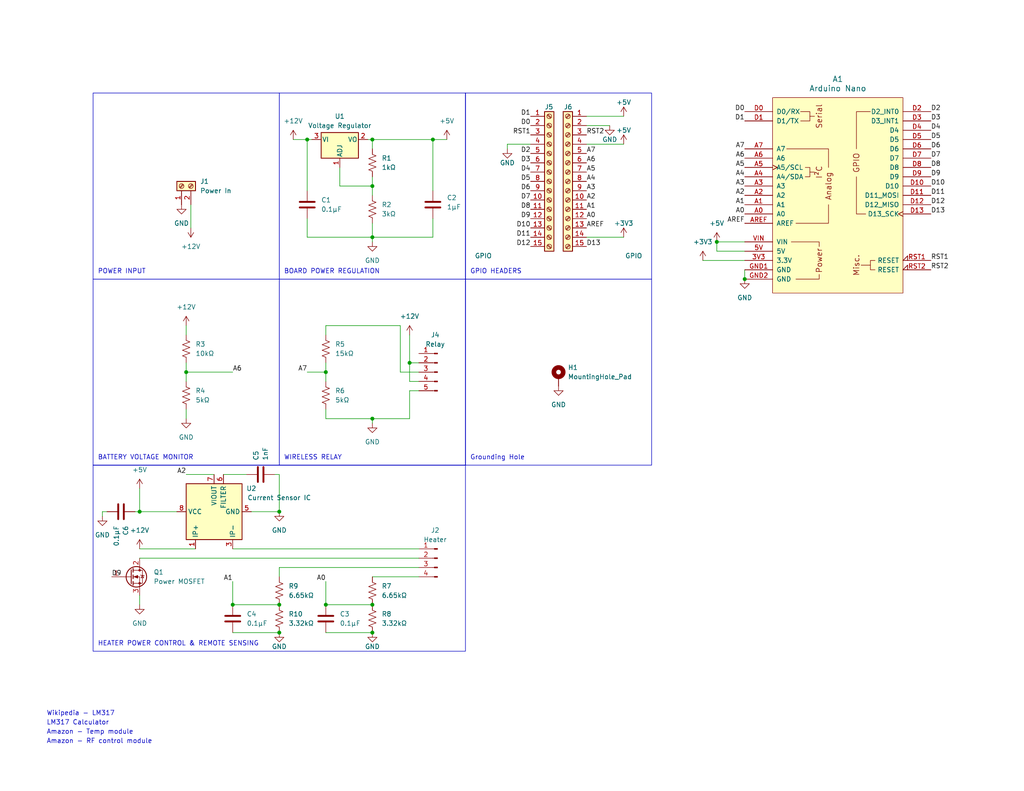
<source format=kicad_sch>
(kicad_sch (version 20231120) (generator "eeschema") (generator_version "8.0")
  (paper "USLetter")
  (title_block (title "Windshield Heater Controller Schematic") (rev "3") (company "ME692"))
  (lib_symbols
    (symbol "Connector:Conn_01x04_Pin" (pin_names (offset 1.016) hide)
      (property "Reference" "J" (at 0 5.08 0))
      (property "Value" "Conn_01x04_Pin" (at 0 -7.62 0))
      (symbol "Conn_01x04_Pin_1_1"
        (polyline (pts (xy 1.27 -5.08) (xy 0.8636 -5.08)) (stroke (width 0.1524)))
        (polyline (pts (xy 1.27 -2.54) (xy 0.8636 -2.54)) (stroke (width 0.1524)))
        (polyline (pts (xy 1.27 0) (xy 0.8636 0)) (stroke (width 0.1524)))
        (polyline (pts (xy 1.27 2.54) (xy 0.8636 2.54)) (stroke (width 0.1524)))
        (rectangle (start 0.8636 -4.953) (end 0 -5.207) (stroke (width 0.1524)) (fill (type outline)))
        (rectangle (start 0.8636 -2.413) (end 0 -2.667) (stroke (width 0.1524)) (fill (type outline)))
        (rectangle (start 0.8636 0.127) (end 0 -0.127) (stroke (width 0.1524)) (fill (type outline)))
        (rectangle (start 0.8636 2.667) (end 0 2.413) (stroke (width 0.1524)) (fill (type outline)))
        (pin passive line (at 5.08 2.54 180) (length 3.81) (name "Pin_1") (number "1"))
        (pin passive line (at 5.08 0 180) (length 3.81) (name "Pin_2") (number "2"))
        (pin passive line (at 5.08 -2.54 180) (length 3.81) (name "Pin_3") (number "3"))
        (pin passive line (at 5.08 -5.08 180) (length 3.81) (name "Pin_4") (number "4"))
      )
    )
    (symbol "Connector:Conn_01x05_Pin" (pin_names (offset 1.016) hide)
      (property "Reference" "J" (at 0 7.62 0))
      (property "Value" "Conn_01x05_Pin" (at 0 -7.62 0))
      (symbol "Conn_01x05_Pin_1_1"
        (polyline (pts (xy 1.27 -5.08) (xy 0.8636 -5.08)) (stroke (width 0.1524)))
        (polyline (pts (xy 1.27 -2.54) (xy 0.8636 -2.54)) (stroke (width 0.1524)))
        (polyline (pts (xy 1.27 0) (xy 0.8636 0)) (stroke (width 0.1524)))
        (polyline (pts (xy 1.27 2.54) (xy 0.8636 2.54)) (stroke (width 0.1524)))
        (polyline (pts (xy 1.27 5.08) (xy 0.8636 5.08)) (stroke (width 0.1524)))
        (rectangle (start 0.8636 -4.953) (end 0 -5.207) (stroke (width 0.1524)) (fill (type outline)))
        (rectangle (start 0.8636 -2.413) (end 0 -2.667) (stroke (width 0.1524)) (fill (type outline)))
        (rectangle (start 0.8636 0.127) (end 0 -0.127) (stroke (width 0.1524)) (fill (type outline)))
        (rectangle (start 0.8636 2.667) (end 0 2.413) (stroke (width 0.1524)) (fill (type outline)))
        (rectangle (start 0.8636 5.207) (end 0 4.953) (stroke (width 0.1524)) (fill (type outline)))
        (pin passive line (at 5.08 5.08 180) (length 3.81) (name "Pin_1") (number "1"))
        (pin passive line (at 5.08 2.54 180) (length 3.81) (name "Pin_2") (number "2"))
        (pin passive line (at 5.08 0 180) (length 3.81) (name "Pin_3") (number "3"))
        (pin passive line (at 5.08 -2.54 180) (length 3.81) (name "Pin_4") (number "4"))
        (pin passive line (at 5.08 -5.08 180) (length 3.81) (name "Pin_5") (number "5"))
      )
    )
    (symbol "Connector:Screw_Terminal_01x02" (pin_names (offset 1.016) hide)
      (property "Reference" "J" (at 0 2.54 0))
      (property "Value" "Screw_Terminal_01x02" (at 0 -5.08 0))
      (symbol "Screw_Terminal_01x02_1_1"
        (rectangle (start -1.27 1.27) (end 1.27 -3.81) (stroke (width 0.254)) (fill (type background)))
        (circle (center 0 -2.54) (radius 0.635) (stroke (width 0.1524)))
        (polyline (pts (xy -0.5334 -2.2098) (xy 0.3302 -3.048)) (stroke (width 0.1524)))
        (polyline (pts (xy -0.5334 0.3302) (xy 0.3302 -0.508)) (stroke (width 0.1524)))
        (polyline (pts (xy -0.3556 -2.032) (xy 0.508 -2.8702)) (stroke (width 0.1524)))
        (polyline (pts (xy -0.3556 0.508) (xy 0.508 -0.3302)) (stroke (width 0.1524)))
        (circle (center 0 0) (radius 0.635) (stroke (width 0.1524)))
        (pin passive line (at -5.08 0 0) (length 3.81) (name "Pin_1") (number "1"))
        (pin passive line (at -5.08 -2.54 0) (length 3.81) (name "Pin_2") (number "2"))
      )
    )
    (symbol "Connector:Screw_Terminal_01x15" (pin_names (offset 1.016) hide)
      (property "Reference" "J" (at 0 20.32 0))
      (property "Value" "Screw_Terminal_01x15" (at 0 -20.32 0))
      (symbol "Screw_Terminal_01x15_1_1"
        (rectangle (start -1.27 19.05) (end 1.27 -19.05) (stroke (width 0.254)) (fill (type background)))
        (circle (center 0 -17.78) (radius 0.635) (stroke (width 0.1524)))
        (circle (center 0 -15.24) (radius 0.635) (stroke (width 0.1524)))
        (circle (center 0 -12.7) (radius 0.635) (stroke (width 0.1524)))
        (circle (center 0 -10.16) (radius 0.635) (stroke (width 0.1524)))
        (circle (center 0 -7.62) (radius 0.635) (stroke (width 0.1524)))
        (circle (center 0 -5.08) (radius 0.635) (stroke (width 0.1524)))
        (circle (center 0 -2.54) (radius 0.635) (stroke (width 0.1524)))
        (polyline (pts (xy -0.5334 -17.4498) (xy 0.3302 -18.288)) (stroke (width 0.1524)))
        (polyline (pts (xy -0.5334 -14.9098) (xy 0.3302 -15.748)) (stroke (width 0.1524)))
        (polyline (pts (xy -0.5334 -12.3698) (xy 0.3302 -13.208)) (stroke (width 0.1524)))
        (polyline (pts (xy -0.5334 -9.8298) (xy 0.3302 -10.668)) (stroke (width 0.1524)))
        (polyline (pts (xy -0.5334 -7.2898) (xy 0.3302 -8.128)) (stroke (width 0.1524)))
        (polyline (pts (xy -0.5334 -4.7498) (xy 0.3302 -5.588)) (stroke (width 0.1524)))
        (polyline (pts (xy -0.5334 -2.2098) (xy 0.3302 -3.048)) (stroke (width 0.1524)))
        (polyline (pts (xy -0.5334 0.3302) (xy 0.3302 -0.508)) (stroke (width 0.1524)))
        (polyline (pts (xy -0.5334 2.8702) (xy 0.3302 2.032)) (stroke (width 0.1524)))
        (polyline (pts (xy -0.5334 5.4102) (xy 0.3302 4.572)) (stroke (width 0.1524)))
        (polyline (pts (xy -0.5334 7.9502) (xy 0.3302 7.112)) (stroke (width 0.1524)))
        (polyline (pts (xy -0.5334 10.4902) (xy 0.3302 9.652)) (stroke (width 0.1524)))
        (polyline (pts (xy -0.5334 13.0302) (xy 0.3302 12.192)) (stroke (width 0.1524)))
        (polyline (pts (xy -0.5334 15.5702) (xy 0.3302 14.732)) (stroke (width 0.1524)))
        (polyline (pts (xy -0.5334 18.1102) (xy 0.3302 17.272)) (stroke (width 0.1524)))
        (polyline (pts (xy -0.3556 -17.272) (xy 0.508 -18.1102)) (stroke (width 0.1524)))
        (polyline (pts (xy -0.3556 -14.732) (xy 0.508 -15.5702)) (stroke (width 0.1524)))
        (polyline (pts (xy -0.3556 -12.192) (xy 0.508 -13.0302)) (stroke (width 0.1524)))
        (polyline (pts (xy -0.3556 -9.652) (xy 0.508 -10.4902)) (stroke (width 0.1524)))
        (polyline (pts (xy -0.3556 -7.112) (xy 0.508 -7.9502)) (stroke (width 0.1524)))
        (polyline (pts (xy -0.3556 -4.572) (xy 0.508 -5.4102)) (stroke (width 0.1524)))
        (polyline (pts (xy -0.3556 -2.032) (xy 0.508 -2.8702)) (stroke (width 0.1524)))
        (polyline (pts (xy -0.3556 0.508) (xy 0.508 -0.3302)) (stroke (width 0.1524)))
        (polyline (pts (xy -0.3556 3.048) (xy 0.508 2.2098)) (stroke (width 0.1524)))
        (polyline (pts (xy -0.3556 5.588) (xy 0.508 4.7498)) (stroke (width 0.1524)))
        (polyline (pts (xy -0.3556 8.128) (xy 0.508 7.2898)) (stroke (width 0.1524)))
        (polyline (pts (xy -0.3556 10.668) (xy 0.508 9.8298)) (stroke (width 0.1524)))
        (polyline (pts (xy -0.3556 13.208) (xy 0.508 12.3698)) (stroke (width 0.1524)))
        (polyline (pts (xy -0.3556 15.748) (xy 0.508 14.9098)) (stroke (width 0.1524)))
        (polyline (pts (xy -0.3556 18.288) (xy 0.508 17.4498)) (stroke (width 0.1524)))
        (circle (center 0 0) (radius 0.635) (stroke (width 0.1524)))
        (circle (center 0 2.54) (radius 0.635) (stroke (width 0.1524)))
        (circle (center 0 5.08) (radius 0.635) (stroke (width 0.1524)))
        (circle (center 0 7.62) (radius 0.635) (stroke (width 0.1524)))
        (circle (center 0 10.16) (radius 0.635) (stroke (width 0.1524)))
        (circle (center 0 12.7) (radius 0.635) (stroke (width 0.1524)))
        (circle (center 0 15.24) (radius 0.635) (stroke (width 0.1524)))
        (circle (center 0 17.78) (radius 0.635) (stroke (width 0.1524)))
        (pin passive line (at -5.08 17.78 0) (length 3.81) (name "Pin_1") (number "1"))
        (pin passive line (at -5.08 -5.08 0) (length 3.81) (name "Pin_10") (number "10"))
        (pin passive line (at -5.08 -7.62 0) (length 3.81) (name "Pin_11") (number "11"))
        (pin passive line (at -5.08 -10.16 0) (length 3.81) (name "Pin_12") (number "12"))
        (pin passive line (at -5.08 -12.7 0) (length 3.81) (name "Pin_13") (number "13"))
        (pin passive line (at -5.08 -15.24 0) (length 3.81) (name "Pin_14") (number "14"))
        (pin passive line (at -5.08 -17.78 0) (length 3.81) (name "Pin_15") (number "15"))
        (pin passive line (at -5.08 15.24 0) (length 3.81) (name "Pin_2") (number "2"))
        (pin passive line (at -5.08 12.7 0) (length 3.81) (name "Pin_3") (number "3"))
        (pin passive line (at -5.08 10.16 0) (length 3.81) (name "Pin_4") (number "4"))
        (pin passive line (at -5.08 7.62 0) (length 3.81) (name "Pin_5") (number "5"))
        (pin passive line (at -5.08 5.08 0) (length 3.81) (name "Pin_6") (number "6"))
        (pin passive line (at -5.08 2.54 0) (length 3.81) (name "Pin_7") (number "7"))
        (pin passive line (at -5.08 0 0) (length 3.81) (name "Pin_8") (number "8"))
        (pin passive line (at -5.08 -2.54 0) (length 3.81) (name "Pin_9") (number "9"))
      )
    )
    (symbol "Device:C" (pin_numbers hide) (pin_names (offset 0.254))
      (property "Reference" "C" (at 0.635 2.54 0))
      (property "Value" "C" (at 0.635 -2.54 0))
      (symbol "C_0_1"
        (polyline (pts (xy -2.032 -0.762) (xy 2.032 -0.762)) (stroke (width 0.508)))
        (polyline (pts (xy -2.032 0.762) (xy 2.032 0.762)) (stroke (width 0.508)))
      )
      (symbol "C_1_1"
        (pin passive line (at 0 3.81 270) (length 2.794) (name "~") (number "1"))
        (pin passive line (at 0 -3.81 90) (length 2.794) (name "~") (number "2"))
      )
    )
    (symbol "Device:Q_NMOS_GDS" (pin_names (offset 0) hide)
      (property "Reference" "Q" (at 5.08 1.27 0))
      (property "Value" "Q_NMOS_GDS" (at 5.08 -1.27 0))
      (symbol "Q_NMOS_GDS_0_1"
        (polyline (pts (xy 0.254 0) (xy -2.54 0)))
        (polyline (pts (xy 0.254 1.905) (xy 0.254 -1.905)) (stroke (width 0.254)))
        (polyline (pts (xy 0.762 -1.27) (xy 0.762 -2.286)) (stroke (width 0.254)))
        (polyline (pts (xy 0.762 0.508) (xy 0.762 -0.508)) (stroke (width 0.254)))
        (polyline (pts (xy 0.762 2.286) (xy 0.762 1.27)) (stroke (width 0.254)))
        (polyline (pts (xy 2.54 2.54) (xy 2.54 1.778)))
        (polyline (pts (xy 2.54 -2.54) (xy 2.54 0) (xy 0.762 0)))
        (polyline (pts (xy 0.762 -1.778) (xy 3.302 -1.778) (xy 3.302 1.778) (xy 0.762 1.778)))
        (polyline (pts (xy 1.016 0) (xy 2.032 0.381) (xy 2.032 -0.381) (xy 1.016 0)) (fill (type outline)))
        (polyline (pts (xy 2.794 0.508) (xy 2.921 0.381) (xy 3.683 0.381) (xy 3.81 0.254)))
        (polyline (pts (xy 3.302 0.381) (xy 2.921 -0.254) (xy 3.683 -0.254) (xy 3.302 0.381)))
        (circle (center 1.651 0) (radius 2.794) (stroke (width 0.254)))
        (circle (center 2.54 -1.778) (radius 0.254) (fill (type outline)))
        (circle (center 2.54 1.778) (radius 0.254) (fill (type outline)))
      )
      (symbol "Q_NMOS_GDS_1_1"
        (pin input line (at -5.08 0 0) (length 2.54) (name "G") (number "1"))
        (pin passive line (at 2.54 5.08 270) (length 2.54) (name "D") (number "2"))
        (pin passive line (at 2.54 -5.08 90) (length 2.54) (name "S") (number "3"))
      )
    )
    (symbol "Device:R_US" (pin_numbers hide) (pin_names (offset 0))
      (property "Reference" "R" (at 2.54 0 90))
      (property "Value" "R_US" (at -2.54 0 90))
      (symbol "R_US_0_1"
        (polyline (pts (xy 0 -2.286) (xy 0 -2.54)))
        (polyline (pts (xy 0 2.286) (xy 0 2.54)))
        (polyline (pts (xy 0 -0.762) (xy 1.016 -1.143) (xy 0 -1.524) (xy -1.016 -1.905) (xy 0 -2.286)))
        (polyline (pts (xy 0 0.762) (xy 1.016 0.381) (xy 0 0) (xy -1.016 -0.381) (xy 0 -0.762)))
        (polyline (pts (xy 0 2.286) (xy 1.016 1.905) (xy 0 1.524) (xy -1.016 1.143) (xy 0 0.762)))
      )
      (symbol "R_US_1_1"
        (pin passive line (at 0 3.81 270) (length 1.27) (name "~") (number "1"))
        (pin passive line (at 0 -3.81 90) (length 1.27) (name "~") (number "2"))
      )
    )
    (symbol "GND_1" (power) (pin_names (offset 0))
      (property "Value" "GND_1" (at 0 -3.81 0))
      (symbol "GND_1_0_1"
        (polyline (pts (xy 0 0) (xy 0 -1.27) (xy 1.27 -1.27) (xy 0 -2.54) (xy -1.27 -1.27) (xy 0 -1.27)))
      )
      (symbol "GND_1_1_1"
        (pin power_in line (at 0 0 270) (length 0) hide (name "GND") (number "1"))
      )
    )
    (symbol "Mechanical:MountingHole_Pad" (pin_numbers hide) (pin_names (offset 1.016) hide) (exclude_from_sim yes) (in_bom no)
      (property "Reference" "H" (at 0 6.35 0))
      (property "Value" "MountingHole_Pad" (at 0 4.445 0))
      (symbol "MountingHole_Pad_0_1"
        (circle (center 0 1.27) (radius 1.27) (stroke (width 1.27)))
      )
      (symbol "MountingHole_Pad_1_1"
        (pin input line (at 0 -2.54 90) (length 2.54) (name "1") (number "1"))
      )
    )
    (symbol "PCM_arduino-library:Arduino_Nano_Socket" (pin_names (offset 1.016))
      (property "Reference" "A" (at 0 33.02 0))
      (property "Value" "Arduino_Nano_Socket" (at 0 29.21 0))
      (symbol "Arduino_Nano_Socket_0_0"
        (rectangle (start -17.78 26.67) (end 17.78 -26.67) (fill (type background)))
        (polyline (pts (xy -7.62 6.35) (xy -6.35 6.35)))
        (polyline (pts (xy -7.62 21.59) (xy -6.35 21.59)))
        (polyline (pts (xy 8.89 -19.05) (xy 6.35 -19.05)))
        (polyline (pts (xy -11.43 -22.86) (xy -5.08 -22.86) (xy -5.08 -21.59)))
        (polyline (pts (xy -5.08 -13.97) (xy -5.08 -12.7) (xy -12.7 -12.7)))
        (polyline (pts (xy -10.16 22.86) (xy -7.62 22.86) (xy -7.62 20.32) (xy -10.16 20.32)))
        (polyline (pts (xy -8.89 7.62) (xy -7.62 7.62) (xy -7.62 5.08) (xy -8.89 5.08)))
        (text "Analog" (at -2.54 2.54 900) (effects (font (size 1.524 1.524))))
        (text "I²C" (at -5.08 6.35 900) (effects (font (size 1.524 1.524))))
        (text "Misc." (at 5.08 -19.05 900) (effects (font (size 1.524 1.524))))
        (text "Power" (at -5.08 -17.78 900) (effects (font (size 1.524 1.524))))
        (text "Serial" (at -5.08 21.59 900) (effects (font (size 1.524 1.524))))
      )
      (symbol "Arduino_Nano_Socket_0_1"
        (polyline (pts (xy -13.97 12.7) (xy -2.54 12.7) (xy -2.54 7.62)))
        (polyline (pts (xy -11.43 -7.62) (xy -2.54 -7.62) (xy -2.54 -2.54)))
        (polyline (pts (xy 7.62 -5.08) (xy 5.08 -5.08) (xy 5.08 5.08)))
        (polyline (pts (xy 8.89 22.86) (xy 5.08 22.86) (xy 5.08 12.7)))
        (polyline (pts (xy 10.16 -17.78) (xy 8.89 -17.78) (xy 8.89 -20.32) (xy 10.16 -20.32)))
      )
      (symbol "Arduino_Nano_Socket_1_0"
        (text "GPIO" (at 5.08 8.89 900) (effects (font (size 1.524 1.524))))
      )
      (symbol "Arduino_Nano_Socket_1_1"
        (pin power_out line (at -25.4 -17.78 0) (length 7.62) (name "3.3V") (number "3V3"))
        (pin power_in line (at -25.4 -15.24 0) (length 7.62) (name "5V") (number "5V"))
        (pin bidirectional line (at -25.4 -5.08 0) (length 7.62) (name "A0") (number "A0"))
        (pin bidirectional line (at -25.4 -2.54 0) (length 7.62) (name "A1") (number "A1"))
        (pin bidirectional line (at -25.4 0 0) (length 7.62) (name "A2") (number "A2"))
        (pin bidirectional line (at -25.4 2.54 0) (length 7.62) (name "A3") (number "A3"))
        (pin bidirectional line (at -25.4 5.08 0) (length 7.62) (name "A4/SDA") (number "A4"))
        (pin bidirectional clock (at -25.4 7.62 0) (length 7.62) (name "A5/SCL") (number "A5"))
        (pin input line (at -25.4 10.16 0) (length 7.62) (name "A6") (number "A6"))
        (pin input line (at -25.4 12.7 0) (length 7.62) (name "A7") (number "A7"))
        (pin input line (at -25.4 -7.62 0) (length 7.62) (name "AREF") (number "AREF"))
        (pin bidirectional line (at -25.4 22.86 0) (length 7.62) (name "D0/RX") (number "D0"))
        (pin bidirectional line (at -25.4 20.32 0) (length 7.62) (name "D1/TX") (number "D1"))
        (pin bidirectional line (at 25.4 2.54 180) (length 7.62) (name "D10") (number "D10"))
        (pin bidirectional line (at 25.4 0 180) (length 7.62) (name "D11_MOSI") (number "D11"))
        (pin bidirectional line (at 25.4 -2.54 180) (length 7.62) (name "D12_MISO") (number "D12"))
        (pin bidirectional clock (at 25.4 -5.08 180) (length 7.62) (name "D13_SCK") (number "D13"))
        (pin bidirectional line (at 25.4 22.86 180) (length 7.62) (name "D2_INT0") (number "D2"))
        (pin bidirectional line (at 25.4 20.32 180) (length 7.62) (name "D3_INT1") (number "D3"))
        (pin bidirectional line (at 25.4 17.78 180) (length 7.62) (name "D4") (number "D4"))
        (pin bidirectional line (at 25.4 15.24 180) (length 7.62) (name "D5") (number "D5"))
        (pin bidirectional line (at 25.4 12.7 180) (length 7.62) (name "D6") (number "D6"))
        (pin bidirectional line (at 25.4 10.16 180) (length 7.62) (name "D7") (number "D7"))
        (pin bidirectional line (at 25.4 7.62 180) (length 7.62) (name "D8") (number "D8"))
        (pin bidirectional line (at 25.4 5.08 180) (length 7.62) (name "D9") (number "D9"))
        (pin power_in line (at -25.4 -20.32 0) (length 7.62) (name "GND") (number "GND1"))
        (pin power_in line (at -25.4 -22.86 0) (length 7.62) (name "GND") (number "GND2"))
        (pin open_collector input_low (at 25.4 -17.78 180) (length 7.62) (name "RESET") (number "RST1"))
        (pin open_collector input_low (at 25.4 -20.32 180) (length 7.62) (name "RESET") (number "RST2"))
        (pin power_in line (at -25.4 -12.7 0) (length 7.62) (name "VIN") (number "VIN"))
      )
    )
    (symbol "Regulator_Linear:LM317_TO-220" (pin_names (offset 0.254))
      (property "Reference" "U" (at -3.81 3.175 0))
      (property "Value" "LM317_TO-220" (at 0 3.175 0))
      (symbol "LM317_TO-220_0_1"
        (rectangle (start -5.08 1.905) (end 5.08 -5.08) (stroke (width 0.254)) (fill (type background)))
      )
      (symbol "LM317_TO-220_1_1"
        (pin input line (at 0 -7.62 90) (length 2.54) (name "ADJ") (number "1"))
        (pin power_out line (at 7.62 0 180) (length 2.54) (name "VO") (number "2"))
        (pin power_in line (at -7.62 0 0) (length 2.54) (name "VI") (number "3"))
      )
    )
    (symbol "Sensor_Current:ACS712xLCTR-20A"
      (property "Reference" "U" (at 2.54 11.43 0))
      (property "Value" "ACS712xLCTR-20A" (at 2.54 8.89 0))
      (symbol "ACS712xLCTR-20A_0_1"
        (rectangle (start -7.62 7.62) (end 7.62 -7.62) (stroke (width 0.254)) (fill (type background)))
      )
      (symbol "ACS712xLCTR-20A_1_1"
        (pin passive line (at -10.16 5.08 0) (length 2.54) (name "IP+") (number "1"))
        (pin passive line (at -10.16 5.08 0) (length 2.54) hide (name "IP+") (number "2"))
        (pin passive line (at -10.16 -5.08 0) (length 2.54) (name "IP-") (number "3"))
        (pin passive line (at -10.16 -5.08 0) (length 2.54) hide (name "IP-") (number "4"))
        (pin power_in line (at 0 -10.16 90) (length 2.54) (name "GND") (number "5"))
        (pin passive line (at 10.16 -2.54 180) (length 2.54) (name "FILTER") (number "6"))
        (pin output line (at 10.16 0 180) (length 2.54) (name "VIOUT") (number "7"))
        (pin power_in line (at 0 10.16 270) (length 2.54) (name "VCC") (number "8"))
      )
    )
    (symbol "power:+12V" (power) (pin_names (offset 0))
      (property "Value" "+12V" (at 0 3.556 0))
      (symbol "+12V_0_1"
        (polyline (pts (xy -0.762 1.27) (xy 0 2.54)))
        (polyline (pts (xy 0 0) (xy 0 2.54)))
        (polyline (pts (xy 0 2.54) (xy 0.762 1.27)))
      )
      (symbol "+12V_1_1"
        (pin power_in line (at 0 0 90) (length 0) hide (name "+12V") (number "1"))
      )
    )
    (symbol "power:+3V3" (power) (pin_names (offset 0))
      (property "Value" "+3V3" (at 0 3.556 0))
      (symbol "+3V3_0_1"
        (polyline (pts (xy -0.762 1.27) (xy 0 2.54)))
        (polyline (pts (xy 0 0) (xy 0 2.54)))
        (polyline (pts (xy 0 2.54) (xy 0.762 1.27)))
      )
      (symbol "+3V3_1_1"
        (pin power_in line (at 0 0 90) (length 0) hide (name "+3V3") (number "1"))
      )
    )
    (symbol "power:+5V" (power) (pin_names (offset 0))
      (property "Value" "+5V" (at 0 3.556 0))
      (symbol "+5V_0_1"
        (polyline (pts (xy -0.762 1.27) (xy 0 2.54)))
        (polyline (pts (xy 0 0) (xy 0 2.54)))
        (polyline (pts (xy 0 2.54) (xy 0.762 1.27)))
      )
      (symbol "+5V_1_1"
        (pin power_in line (at 0 0 90) (length 0) hide (name "+5V") (number "1"))
      )
    )
    (symbol "power:GND" (power) (pin_names (offset 0))
      (property "Value" "GND" (at 0 -3.81 0))
      (symbol "GND_0_1"
        (polyline (pts (xy 0 0) (xy 0 -1.27) (xy 1.27 -1.27) (xy 0 -2.54) (xy -1.27 -1.27) (xy 0 -1.27)))
      )
      (symbol "GND_1_1"
        (pin power_in line (at 0 0 270) (length 0) hide (name "GND") (number "1"))
      )
    )
  )
  (junction (at 50.8 101.6))
  (junction (at 111.76 99.06))
  (junction (at 83.82 38.1))
  (junction (at 88.9 165.1))
  (junction (at 101.6 38.1))
  (junction (at 101.6 64.77))
  (junction (at 203.2 76.2))
  (junction (at 195.58 66.04))
  (junction (at 38.1 139.7))
  (junction (at 76.2 165.1))
  (junction (at 101.6 114.3))
  (junction (at 76.2 139.7))
  (junction (at 101.6 165.1))
  (junction (at 101.6 50.8))
  (junction (at 101.6 172.72))
  (junction (at 118.11 38.1))
  (junction (at 63.5 165.1))
  (junction (at 88.9 101.6))
  (junction (at 76.2 172.72))
  (wire (pts (xy 38.1 165.1) (xy 38.1 162.56)))
  (wire (pts (xy 83.82 38.1) (xy 85.09 38.1)))
  (wire (pts (xy 109.22 101.6) (xy 114.3 101.6)))
  (wire (pts (xy 27.94 139.7) (xy 29.21 139.7)))
  (wire (pts (xy 76.2 129.54) (xy 76.2 139.7)))
  (wire (pts (xy 80.01 38.1) (xy 83.82 38.1)))
  (wire (pts (xy 195.58 66.04) (xy 203.2 66.04)))
  (wire (pts (xy 50.8 88.9) (xy 50.8 91.44)))
  (wire (pts (xy 203.2 68.58) (xy 195.58 68.58)))
  (wire (pts (xy 160.02 34.29) (xy 166.37 34.29)))
  (wire (pts (xy 101.6 66.04) (xy 101.6 64.77)))
  (wire (pts (xy 92.71 50.8) (xy 101.6 50.8)))
  (wire (pts (xy 63.5 165.1) (xy 76.2 165.1)))
  (wire (pts (xy 114.3 152.4) (xy 38.1 152.4)))
  (wire (pts (xy 38.1 149.86) (xy 53.34 149.86)))
  (wire (pts (xy 109.22 88.9) (xy 109.22 101.6)))
  (wire (pts (xy 101.6 157.48) (xy 114.3 157.48)))
  (wire (pts (xy 52.07 62.23) (xy 52.07 55.88)))
  (wire (pts (xy 88.9 111.76) (xy 88.9 114.3)))
  (wire (pts (xy 74.93 129.54) (xy 76.2 129.54)))
  (wire (pts (xy 27.94 140.97) (xy 27.94 139.7)))
  (wire (pts (xy 83.82 101.6) (xy 88.9 101.6)))
  (wire (pts (xy 118.11 52.07) (xy 118.11 38.1)))
  (wire (pts (xy 111.76 99.06) (xy 114.3 99.06)))
  (wire (pts (xy 138.43 39.37) (xy 138.43 40.64)))
  (wire (pts (xy 76.2 154.94) (xy 76.2 157.48)))
  (wire (pts (xy 88.9 158.75) (xy 88.9 165.1)))
  (wire (pts (xy 50.8 99.06) (xy 50.8 101.6)))
  (wire (pts (xy 88.9 172.72) (xy 101.6 172.72)))
  (wire (pts (xy 88.9 114.3) (xy 101.6 114.3)))
  (wire (pts (xy 100.33 38.1) (xy 101.6 38.1)))
  (wire (pts (xy 118.11 64.77) (xy 118.11 59.69)))
  (wire (pts (xy 101.6 48.26) (xy 101.6 50.8)))
  (wire (pts (xy 111.76 104.14) (xy 111.76 99.06)))
  (wire (pts (xy 111.76 91.44) (xy 111.76 99.06)))
  (wire (pts (xy 191.77 71.12) (xy 203.2 71.12)))
  (wire (pts (xy 83.82 38.1) (xy 83.82 52.07)))
  (wire (pts (xy 50.8 114.3) (xy 50.8 111.76)))
  (wire (pts (xy 60.96 129.54) (xy 67.31 129.54)))
  (wire (pts (xy 160.02 39.37) (xy 170.18 39.37)))
  (wire (pts (xy 170.18 31.75) (xy 160.02 31.75)))
  (wire (pts (xy 50.8 129.54) (xy 58.42 129.54)))
  (wire (pts (xy 203.2 73.66) (xy 203.2 76.2)))
  (wire (pts (xy 114.3 104.14) (xy 111.76 104.14)))
  (wire (pts (xy 195.58 68.58) (xy 195.58 66.04)))
  (wire (pts (xy 101.6 114.3) (xy 111.76 114.3)))
  (wire (pts (xy 50.8 101.6) (xy 63.5 101.6)))
  (wire (pts (xy 38.1 133.35) (xy 38.1 139.7)))
  (wire (pts (xy 101.6 38.1) (xy 118.11 38.1)))
  (wire (pts (xy 88.9 99.06) (xy 88.9 101.6)))
  (wire (pts (xy 111.76 106.68) (xy 114.3 106.68)))
  (wire (pts (xy 144.78 39.37) (xy 138.43 39.37)))
  (wire (pts (xy 88.9 165.1) (xy 101.6 165.1)))
  (wire (pts (xy 88.9 88.9) (xy 109.22 88.9)))
  (wire (pts (xy 101.6 114.3) (xy 101.6 115.57)))
  (wire (pts (xy 101.6 64.77) (xy 118.11 64.77)))
  (wire (pts (xy 170.18 64.77) (xy 160.02 64.77)))
  (wire (pts (xy 101.6 50.8) (xy 101.6 53.34)))
  (wire (pts (xy 36.83 139.7) (xy 38.1 139.7)))
  (wire (pts (xy 88.9 101.6) (xy 88.9 104.14)))
  (wire (pts (xy 101.6 38.1) (xy 101.6 40.64)))
  (wire (pts (xy 88.9 88.9) (xy 88.9 91.44)))
  (wire (pts (xy 101.6 60.96) (xy 101.6 64.77)))
  (wire (pts (xy 92.71 45.72) (xy 92.71 50.8)))
  (wire (pts (xy 63.5 172.72) (xy 76.2 172.72)))
  (wire (pts (xy 68.58 139.7) (xy 76.2 139.7)))
  (wire (pts (xy 83.82 64.77) (xy 101.6 64.77)))
  (wire (pts (xy 83.82 59.69) (xy 83.82 64.77)))
  (wire (pts (xy 38.1 139.7) (xy 48.26 139.7)))
  (wire (pts (xy 76.2 154.94) (xy 114.3 154.94)))
  (wire (pts (xy 50.8 104.14) (xy 50.8 101.6)))
  (wire (pts (xy 63.5 158.75) (xy 63.5 165.1)))
  (wire (pts (xy 63.5 149.86) (xy 114.3 149.86)))
  (wire (pts (xy 118.11 38.1) (xy 121.92 38.1)))
  (wire (pts (xy 111.76 106.68) (xy 111.76 114.3)))
  (rectangle (start 25.4 127) (end 127 177.8))
  (rectangle (start 25.4 76.2) (end 76.2 127))
  (rectangle (start 127 25.4) (end 177.8 76.2))
  (rectangle (start 25.4 25.4) (end 76.2 76.2))
  (rectangle (start 127 76.2) (end 177.8 127))
  (rectangle (start 76.2 25.4) (end 127 76.2))
  (rectangle (start 76.2 76.2) (end 127 127))
  (text "Wikipedia - LM317" (at 12.7 195.58 0) (effects (font (size 1.27 1.27)) (justify left bottom)))
  (text "BATTERY VOLTAGE MONITOR" (at 26.67 125.73 0) (effects (font (size 1.27 1.27)) (justify left bottom)))
  (text "BOARD POWER REGULATION" (at 77.47 74.93 0) (effects (font (size 1.27 1.27)) (justify left bottom)))
  (text "POWER INPUT" (at 26.67 74.93 0) (effects (font (size 1.27 1.27)) (justify left bottom)))
  (text "Amazon - RF control module\n" (at 12.7 203.2 0) (effects (font (size 1.27 1.27)) (justify left bottom)))
  (text "Grounding Hole" (at 128.27 125.73 0) (effects (font (size 1.27 1.27)) (justify left bottom)))
  (text "HEATER POWER CONTROL & REMOTE SENSING" (at 26.67 176.53 0) (effects (font (size 1.27 1.27)) (justify left bottom)))
  (text "Amazon - Temp module\n" (at 12.7 200.66 0) (effects (font (size 1.27 1.27)) (justify left bottom)))
  (text "WIRELESS RELAY" (at 77.47 125.73 0) (effects (font (size 1.27 1.27)) (justify left bottom)))
  (text "LM317 Calculator" (at 12.7 198.12 0) (effects (font (size 1.27 1.27)) (justify left bottom)))
  (text "GPIO HEADERS" (at 128.27 74.93 0) (effects (font (size 1.27 1.27)) (justify left bottom)))
  (label "A2" (at 50.8 129.54 180))
  (label "D6" (at 254 40.64 0))
  (label "D5" (at 144.78 49.53 180))
  (label "D4" (at 144.78 46.99 180))
  (label "A3" (at 160.02 52.07 0))
  (label "D2" (at 144.78 41.91 180))
  (label "D1" (at 144.78 31.75 180))
  (label "D0" (at 203.2 30.48 180))
  (label "D13" (at 254 58.42 0))
  (label "D7" (at 254 43.18 0))
  (label "D0" (at 144.78 34.29 180))
  (label "RST2" (at 254 73.66 0))
  (label "A4" (at 160.02 49.53 0))
  (label "D1" (at 203.2 33.02 180))
  (label "A1" (at 203.2 55.88 180))
  (label "D12" (at 254 55.88 0))
  (label "D11" (at 254 53.34 0))
  (label "D9" (at 254 48.26 0))
  (label "D12" (at 144.78 67.31 180))
  (label "AREF" (at 160.02 62.23 0))
  (label "D6" (at 144.78 52.07 180))
  (label "D13" (at 160.02 67.31 0))
  (label "A0" (at 203.2 58.42 180))
  (label "D4" (at 254 35.56 0))
  (label "A4" (at 203.2 48.26 180))
  (label "D3" (at 144.78 44.45 180))
  (label "AREF" (at 203.2 60.96 180))
  (label "A0" (at 160.02 59.69 0))
  (label "D5" (at 254 38.1 0))
  (label "A1" (at 63.5 158.75 180))
  (label "A2" (at 160.02 54.61 0))
  (label "D9" (at 30.48 157.48 0))
  (label "A7" (at 83.82 101.6 180))
  (label "A2" (at 203.2 53.34 180))
  (label "RST1" (at 254 71.12 0))
  (label "D8" (at 144.78 57.15 180))
  (label "D8" (at 254 45.72 0))
  (label "D10" (at 254 50.8 0))
  (label "A5" (at 160.02 46.99 0))
  (label "A3" (at 203.2 50.8 180))
  (label "A7" (at 160.02 41.91 0))
  (label "A0" (at 88.9 158.75 180))
  (label "D11" (at 144.78 64.77 180))
  (label "A6" (at 203.2 43.18 180))
  (label "D7" (at 144.78 54.61 180))
  (label "RST2" (at 160.02 36.83 0))
  (label "RST1" (at 144.78 36.83 180))
  (label "D2" (at 254 30.48 0))
  (label "D10" (at 144.78 62.23 180))
  (label "A6" (at 63.5 101.6 0))
  (label "A7" (at 203.2 40.64 180))
  (label "A6" (at 160.02 44.45 0))
  (label "A1" (at 160.02 57.15 0))
  (label "D3" (at 254 33.02 0))
  (label "D9" (at 144.78 59.69 180))
  (label "A5" (at 203.2 45.72 180))
  (symbol (lib_id "Device:R_US") (at 101.6 57.15 0) (unit 1)
    (property "Reference" "R2" (at 104.14 55.88 0) (effects (justify left)))
    (property "Value" "3kΩ" (at 104.14 58.42 0) (effects (justify left)))
    (property "Footprint" "Resistor_SMD:R_1206_3216Metric_Pad1.30x1.75mm_HandSolder" (effects (hide yes)))
    (property "Datasheet" "https://www.yageo.com/upload/media/product/app/datasheet/rchip/pyu-rt_1-to-0.01_rohs_l.pdf" (effects (hide yes)))
    (property "Catalog No" "13-RT1206BRD072K4LCT-ND" (effects (hide yes)))
    (property "Vendor" "Digikey" (effects (hide yes)))
  )
  (symbol (lib_id "Mechanical:MountingHole_Pad") (at 152.4 102.87 0) (unit 1) (exclude_from_sim yes) (in_bom no)
    (property "Reference" "H1" (at 154.94 100.3299 0) (effects (justify left)))
    (property "Value" "MountingHole_Pad" (at 154.94 102.8699 0) (effects (justify left)))
    (property "Footprint" "MountingHole:MountingHole_3.2mm_M3_Pad" (effects (hide yes)))
    (property "Description" "Mounting Hole with connection" (effects (hide yes)))
  )
  (symbol (lib_id "Device:R_US") (at 101.6 44.45 0) (unit 1)
    (property "Reference" "R1" (at 104.14 43.18 0) (effects (justify left)))
    (property "Value" "1kΩ" (at 104.14 45.72 0) (effects (justify left)))
    (property "Footprint" "Resistor_SMD:R_1206_3216Metric_Pad1.30x1.75mm_HandSolder" (effects (hide yes)))
    (property "Datasheet" "https://www.yageo.com/upload/media/product/app/datasheet/rchip/pyu-rt_1-to-0.01_rohs_l.pdf" (effects (hide yes)))
    (property "Catalog No" "13-RT1206BRD07400RLDKR-ND" (effects (hide yes)))
    (property "Vendor" "Digikey" (effects (hide yes)))
  )
  (symbol (lib_id "power:+12V") (at 80.01 38.1 0) (unit 1)
    (property "Reference" "#PWR08" (effects (hide yes)))
    (property "Value" "+12V" (at 80.01 33.02 0))
  )
  (symbol (lib_id "power:+12V") (at 52.07 62.23 180) (unit 1)
    (property "Reference" "#PWR014" (effects (hide yes)))
    (property "Value" "+12V" (at 52.07 67.31 0))
  )
  (symbol (lib_id "Device:R_US") (at 50.8 95.25 0) (unit 1)
    (property "Reference" "R3" (at 53.34 93.98 0) (effects (justify left)))
    (property "Value" "10kΩ" (at 53.34 96.52 0) (effects (justify left)))
    (property "Footprint" "Resistor_SMD:R_1206_3216Metric_Pad1.30x1.75mm_HandSolder" (effects (hide yes)))
    (property "Datasheet" "https://www.yageo.com/upload/media/product/app/datasheet/rchip/pyu-rt_1-to-0.01_rohs_l.pdf" (effects (hide yes)))
    (property "Catalog No" "YAG1242CT-ND" (effects (hide yes)))
    (property "Vendor" "Digikey" (effects (hide yes)))
  )
  (symbol (lib_id "Sensor_Current:ACS712xLCTR-20A") (at 58.42 139.7 90) (unit 1)
    (property "Reference" "U2" (at 68.58 133.35 90))
    (property "Value" "Current Sensor IC" (at 76.2 135.89 90))
    (property "Footprint" "Package_SO:SOIC-8_3.9x4.9mm_P1.27mm" (effects (hide yes)))
    (property "Datasheet" "http://www.allegromicro.com/~/media/Files/Datasheets/ACS712-Datasheet.ashx?la=en" (effects (hide yes)))
    (property "Catalog No" "620-1190-1-ND" (effects (hide yes)))
    (property "Vendor" "Digikey" (effects (hide yes)))
  )
  (symbol (lib_id "power:GND") (at 27.94 140.97 0) (unit 1)
    (property "Reference" "#PWR016" (effects (hide yes)))
    (property "Value" "GND" (at 27.94 146.05 0))
  )
  (symbol (lib_id "power:+3V3") (at 191.77 71.12 0) (unit 1)
    (property "Reference" "#PWR017" (effects (hide yes)))
    (property "Value" "+3V3" (at 191.77 66.04 0))
  )
  (symbol (lib_id "Regulator_Linear:LM317_TO-220") (at 92.71 38.1 0) (unit 1)
    (property "Reference" "U1" (at 92.71 31.75 0))
    (property "Value" "Voltage Regulator" (at 92.71 34.29 0))
    (property "Footprint" "Package_TO_SOT_THT:TO-220-3_Vertical" (effects (hide yes)))
    (property "Datasheet" "http://www.ti.com/lit/ds/symlink/lm317.pdf" (effects (hide yes)))
    (property "Catalog No" "LM317TNS/NOPB-ND" (effects (hide yes)))
    (property "Vendor" "Digikey" (effects (hide yes)))
  )
  (symbol (lib_id "power:GND") (at 152.4 105.41 0) (unit 1)
    (property "Reference" "#PWR019" (effects (hide yes)))
    (property "Value" "GND" (at 152.4 110.49 0))
  )
  (symbol (lib_id "power:+5V") (at 170.18 39.37 0) (unit 1)
    (property "Reference" "#PWR021" (effects (hide yes)))
    (property "Value" "+5V" (at 170.18 35.56 0))
  )
  (symbol (lib_id "power:+5V") (at 121.92 38.1 0) (unit 1)
    (property "Reference" "#PWR011" (effects (hide yes)))
    (property "Value" "+5V" (at 121.92 33.02 0))
  )
  (symbol (lib_id "Device:C") (at 118.11 55.88 0) (unit 1)
    (property "Reference" "C2" (at 121.92 53.975 0) (effects (justify left)))
    (property "Value" "1μF" (at 121.92 56.515 0) (effects (justify left)))
    (property "Footprint" "Capacitor_SMD:C_1206_3216Metric_Pad1.33x1.80mm_HandSolder" (effects (hide yes)))
    (property "Datasheet" "https://product.tdk.com/system/files/dam/doc/product/capacitor/ceramic/mlcc/catalog/mlcc_automotive_general_en.pdf" (effects (hide yes)))
    (property "Catalog No" "445-5702-1-ND" (effects (hide yes)))
    (property "Vendor" "Digikey" (effects (hide yes)))
  )
  (symbol (lib_id "power:+5V") (at 170.18 31.75 0) (unit 1)
    (property "Reference" "#PWR09" (effects (hide yes)))
    (property "Value" "+5V" (at 170.18 27.94 0))
  )
  (symbol (lib_id "Device:R_US") (at 76.2 161.29 0) (unit 1)
    (property "Reference" "R9" (at 78.74 160.02 0) (effects (justify left)))
    (property "Value" "6.65kΩ" (at 78.74 162.56 0) (effects (justify left)))
    (property "Footprint" "Resistor_SMD:R_1206_3216Metric_Pad1.30x1.75mm_HandSolder" (effects (hide yes)))
    (property "Datasheet" "https://www.yageo.com/upload/media/product/products/datasheet/rchip/PYu-RC_Group_51_RoHS_L_12.pdf" (effects (hide yes)))
    (property "Catalog No" "311-6.65KFRCT-ND" (effects (hide yes)))
    (property "Vendor" "Digikey" (effects (hide yes)))
  )
  (symbol (lib_id "Device:C") (at 33.02 139.7 270) (unit 1)
    (property "Reference" "C6" (at 34.29 143.51 0) (effects (justify left)))
    (property "Value" "0.1μF" (at 31.75 143.51 0) (effects (justify left)))
    (property "Footprint" "Capacitor_SMD:C_1206_3216Metric_Pad1.33x1.80mm_HandSolder" (effects (hide yes)))
    (property "Datasheet" "https://product.tdk.com/system/files/dam/doc/product/capacitor/ceramic/mlcc/catalog/mlcc_automotive_general_en.pdf" (effects (hide yes)))
    (property "Catalog No" "445-12839-1-ND" (effects (hide yes)))
    (property "Vendor" "Digikey" (effects (hide yes)))
  )
  (symbol (lib_id "Connector:Conn_01x05_Pin") (at 119.38 101.6 0) (mirror y) (unit 1)
    (property "Reference" "J4" (at 118.745 91.44 0))
    (property "Value" "Relay" (at 118.745 93.98 0))
    (property "Footprint" "Connector_Molex:Molex_Micro-Fit_3.0_43650-0515_1x05_P3.00mm_Vertical" (effects (hide yes)))
    (property "Datasheet" "https://tools.molex.com/pdm_docs/sd/436500515_sd.pdf" (effects (hide yes)))
    (property "Catalog No" "WM1920-ND" (effects (hide yes)))
    (property "Vendor" "Digikey" (effects (hide yes)))
  )
  (symbol (lib_id "power:+5V") (at 195.58 66.04 0) (unit 1)
    (property "Reference" "#PWR025" (effects (hide yes)))
    (property "Value" "+5V" (at 195.58 60.96 0))
  )
  (symbol (lib_id "Device:R_US") (at 50.8 107.95 0) (unit 1)
    (property "Reference" "R4" (at 53.34 106.68 0) (effects (justify left)))
    (property "Value" "5kΩ" (at 53.34 109.22 0) (effects (justify left)))
    (property "Footprint" "Resistor_SMD:R_1206_3216Metric_Pad1.30x1.75mm_HandSolder" (effects (hide yes)))
    (property "Datasheet" "https://www.yageo.com/upload/media/product/app/datasheet/rchip/pyu-rt_1-to-0.01_rohs_l.pdf" (effects (hide yes)))
    (property "Catalog No" "YAG5090CT-ND" (effects (hide yes)))
    (property "Vendor" "Digikey" (effects (hide yes)))
  )
  (symbol (lib_id "power:+12V") (at 50.8 88.9 0) (unit 1)
    (property "Reference" "#PWR01" (effects (hide yes)))
    (property "Value" "+12V" (at 50.8 83.82 0))
  )
  (symbol (lib_id "power:GND") (at 38.1 165.1 0) (unit 1)
    (property "Reference" "#PWR07" (effects (hide yes)))
    (property "Value" "GND" (at 38.1 170.18 0))
  )
  (symbol (lib_id "power:GND") (at 76.2 172.72 0) (unit 1)
    (property "Reference" "#PWR012" (effects (hide yes)))
    (property "Value" "GND" (at 76.2 176.53 0))
  )
  (symbol (lib_id "power:GND") (at 76.2 139.7 0) (unit 1)
    (property "Reference" "#PWR023" (effects (hide yes)))
    (property "Value" "GND" (at 76.2 144.78 0))
  )
  (symbol (lib_id "power:+12V") (at 111.76 91.44 0) (unit 1)
    (property "Reference" "#PWR04" (effects (hide yes)))
    (property "Value" "+12V" (at 111.76 86.36 0))
  )
  (symbol (lib_id "Device:R_US") (at 101.6 161.29 0) (unit 1)
    (property "Reference" "R7" (at 104.14 160.02 0) (effects (justify left)))
    (property "Value" "6.65kΩ" (at 104.14 162.56 0) (effects (justify left)))
    (property "Footprint" "Resistor_SMD:R_1206_3216Metric_Pad1.30x1.75mm_HandSolder" (effects (hide yes)))
    (property "Datasheet" "https://www.yageo.com/upload/media/product/products/datasheet/rchip/PYu-RC_Group_51_RoHS_L_12.pdf" (effects (hide yes)))
    (property "Catalog No" "311-6.65KFRCT-ND" (effects (hide yes)))
    (property "Vendor" "Digikey" (effects (hide yes)))
  )
  (symbol (lib_id "power:GND") (at 101.6 172.72 0) (unit 1)
    (property "Reference" "#PWR013" (effects (hide yes)))
    (property "Value" "GND" (at 101.6 176.53 0))
  )
  (symbol (lib_id "Connector:Screw_Terminal_01x02") (at 49.53 50.8 90) (unit 1)
    (property "Reference" "J1" (at 54.61 49.53 90) (effects (justify right)))
    (property "Value" "Power In" (at 54.61 52.07 90) (effects (justify right)))
    (property "Footprint" "Connector_Molex:Molex_Mega-Fit_76825-0002_2x01_P5.70mm_Horizontal" (effects (hide yes)))
    (property "Datasheet" "https://mm.digikey.com/Volume0/opasdata/d220001/medias/docus/1100/Mega-Fit_Power_Conn.pdf" (effects (hide yes)))
    (property "Catalog No" "WM11969-ND" (effects (hide yes)))
    (property "Vendor" "Digikey" (effects (hide yes)))
  )
  (symbol (lib_id "Device:C") (at 83.82 55.88 0) (unit 1)
    (property "Reference" "C1" (at 87.63 54.61 0) (effects (justify left)))
    (property "Value" "0.1μF" (at 87.63 57.15 0) (effects (justify left)))
    (property "Footprint" "Capacitor_SMD:C_1206_3216Metric_Pad1.33x1.80mm_HandSolder" (effects (hide yes)))
    (property "Datasheet" "https://product.tdk.com/system/files/dam/doc/product/capacitor/ceramic/mlcc/catalog/mlcc_automotive_general_en.pdf" (effects (hide yes)))
    (property "Catalog No" "445-12839-1-ND" (effects (hide yes)))
    (property "Vendor" "Digikey" (effects (hide yes)))
  )
  (symbol (lib_id "power:+3V3") (at 170.18 64.77 0) (unit 1)
    (property "Reference" "#PWR022" (effects (hide yes)))
    (property "Value" "+3V3" (at 170.18 60.96 0))
  )
  (symbol (lib_id "Device:Q_NMOS_GDS") (at 35.56 157.48 0) (unit 1)
    (property "Reference" "Q1" (at 41.91 156.21 0) (effects (justify left)))
    (property "Value" "Power MOSFET" (at 41.91 158.75 0) (effects (justify left)))
    (property "Footprint" "Package_TO_SOT_THT:TO-220-3_Vertical" (effects (hide yes)))
    (property "Datasheet" "https://assets.nexperia.com/documents/data-sheet/PSMN1R1-30PL.pdf" (effects (hide yes)))
    (property "Catalog No" "1727-5291-ND" (effects (hide yes)))
    (property "Vendor" "Digikey" (effects (hide yes)))
  )
  (symbol (lib_id "power:GND") (at 138.43 40.64 0) (unit 1)
    (property "Reference" "#PWR018" (effects (hide yes)))
    (property "Value" "GND" (at 138.43 44.45 0))
  )
  (symbol (lib_id "Device:C") (at 63.5 168.91 0) (unit 1)
    (property "Reference" "C4" (at 67.31 167.64 0) (effects (justify left)))
    (property "Value" "0.1μF" (at 67.31 170.18 0) (effects (justify left)))
    (property "Footprint" "Capacitor_SMD:C_1206_3216Metric_Pad1.33x1.80mm_HandSolder" (effects (hide yes)))
    (property "Datasheet" "https://product.tdk.com/system/files/dam/doc/product/capacitor/ceramic/mlcc/catalog/mlcc_automotive_general_en.pdf" (effects (hide yes)))
    (property "Catalog No" "445-12839-1-ND" (effects (hide yes)))
    (property "Vendor" "Digikey" (effects (hide yes)))
  )
  (symbol (lib_id "Connector:Screw_Terminal_01x15") (at 154.94 49.53 0) (mirror y) (unit 1)
    (property "Reference" "J6" (at 156.21 29.21 0) (effects (justify left)))
    (property "Value" "GPIO" (at 175.26 69.85 0) (effects (justify left)))
    (property "Footprint" "Connector_PinSocket_2.54mm:PinSocket_1x15_P2.54mm_Vertical" (effects (hide yes)))
    (property "Datasheet" "https://www.cuidevices.com/product/resource/tbl009v-254.pdf" (effects (hide yes)))
    (property "Catalog No" "102-TBL009V-254-15GY-2GY-ND" (effects (hide yes)))
    (property "Vendor" "Digikey" (effects (hide yes)))
  )
  (symbol (lib_id "power:+12V") (at 38.1 149.86 0) (unit 1)
    (property "Reference" "#PWR03" (effects (hide yes)))
    (property "Value" "+12V" (at 38.1 144.78 0))
  )
  (symbol (lib_id "power:GND") (at 203.2 76.2 0) (unit 1)
    (property "Reference" "#PWR06" (effects (hide yes)))
    (property "Value" "GND" (at 203.2 81.28 0))
  )
  (symbol (lib_id "PCM_arduino-library:Arduino_Nano_Socket") (at 228.6 53.34 0) (unit 1)
    (property "Reference" "A1" (at 228.6 21.59 0) (effects (font (size 1.524 1.524))))
    (property "Value" "Arduino Nano" (at 228.6 24.13 0) (effects (font (size 1.524 1.524))))
    (property "Footprint" "PCM_arduino-library:Arduino_Nano_Socket" (effects (hide yes)))
    (property "Datasheet" "https://docs.arduino.cc/hardware/nano" (effects (hide yes)))
    (property "Catalog No" "1050-ABX00033-ND" (effects (hide yes)))
    (property "Vendor" "Digikey" (effects (hide yes)))
  )
  (symbol (lib_id "power:GND") (at 49.53 55.88 0) (unit 1)
    (property "Reference" "#PWR015" (effects (hide yes)))
    (property "Value" "GND" (at 49.53 60.96 0))
  )
  (symbol (lib_id "Device:R_US") (at 88.9 107.95 0) (unit 1)
    (property "Reference" "R6" (at 91.44 106.68 0) (effects (justify left)))
    (property "Value" "5kΩ" (at 91.44 109.22 0) (effects (justify left)))
    (property "Footprint" "Resistor_SMD:R_1206_3216Metric_Pad1.30x1.75mm_HandSolder" (effects (hide yes)))
    (property "Datasheet" "https://www.yageo.com/upload/media/product/app/datasheet/rchip/pyu-rt_1-to-0.01_rohs_l.pdf" (effects (hide yes)))
    (property "Catalog No" "YAG5090CT-ND" (effects (hide yes)))
    (property "Vendor" "Digikey" (effects (hide yes)))
  )
  (symbol (lib_id "Device:R_US") (at 101.6 168.91 0) (unit 1)
    (property "Reference" "R8" (at 104.14 167.64 0) (effects (justify left)))
    (property "Value" "3.32kΩ" (at 104.14 170.18 0) (effects (justify left)))
    (property "Footprint" "Resistor_SMD:R_1206_3216Metric_Pad1.30x1.75mm_HandSolder" (effects (hide yes)))
    (property "Datasheet" "https://www.yageo.com/upload/media/product/products/datasheet/rchip/PYu-RC_Group_51_RoHS_L_12.pdf" (effects (hide yes)))
    (property "Catalog No" "311-3.32KFRCT-ND" (effects (hide yes)))
    (property "Vendor" "Digikey" (effects (hide yes)))
  )
  (symbol (lib_id "Connector:Conn_01x04_Pin") (at 119.38 152.4 0) (mirror y) (unit 1)
    (property "Reference" "J2" (at 118.745 144.78 0))
    (property "Value" "Heater" (at 118.745 147.32 0))
    (property "Footprint" "Connector_Molex:Molex_Mega-Fit_76825-0004_2x02_P5.70mm_Horizontal" (effects (hide yes)))
    (property "Datasheet" "https://www.molex.com/pdm_docs/ps/PS-76823-100.pdf" (effects (hide yes)))
    (property "Catalog No" "WM11970-ND" (effects (hide yes)))
    (property "Vendor" "Digikey" (effects (hide yes)))
  )
  (symbol (lib_name "GND_1") (lib_id "power:GND") (at 101.6 66.04 0) (unit 1)
    (property "Reference" "#PWR010" (effects (hide yes)))
    (property "Value" "GND" (at 101.6 71.12 0))
  )
  (symbol (lib_id "Device:C") (at 71.12 129.54 90) (unit 1)
    (property "Reference" "C5" (at 69.85 125.73 0) (effects (justify left)))
    (property "Value" "1nF" (at 72.39 125.73 0) (effects (justify left)))
    (property "Footprint" "Capacitor_SMD:C_1206_3216Metric_Pad1.33x1.80mm_HandSolder" (effects (hide yes)))
    (property "Datasheet" "https://www.yageo.com/upload/media/product/app/datasheet/mlcc/upy-np0x7r_mv_100-to-630v.pdf" (effects (hide yes)))
    (property "Catalog No" "311-1489-1-ND" (effects (hide yes)))
    (property "Vendor" "Digikey" (effects (hide yes)))
  )
  (symbol (lib_id "Device:R_US") (at 76.2 168.91 0) (unit 1)
    (property "Reference" "R10" (at 78.74 167.64 0) (effects (justify left)))
    (property "Value" "3.32kΩ" (at 78.74 170.18 0) (effects (justify left)))
    (property "Footprint" "Resistor_SMD:R_1206_3216Metric_Pad1.30x1.75mm_HandSolder" (effects (hide yes)))
    (property "Datasheet" "https://www.yageo.com/upload/media/product/products/datasheet/rchip/PYu-RC_Group_51_RoHS_L_12.pdf" (effects (hide yes)))
    (property "Catalog No" "311-3.32KFRCT-ND" (effects (hide yes)))
    (property "Vendor" "Digikey" (effects (hide yes)))
  )
  (symbol (lib_id "Connector:Screw_Terminal_01x15") (at 149.86 49.53 0) (unit 1)
    (property "Reference" "J5" (at 148.59 29.21 0) (effects (justify left)))
    (property "Value" "GPIO" (at 129.54 69.85 0) (effects (justify left)))
    (property "Footprint" "Connector_PinSocket_2.54mm:PinSocket_1x15_P2.54mm_Vertical" (effects (hide yes)))
    (property "Datasheet" "https://www.cuidevices.com/product/resource/tbl009v-254.pdf" (effects (hide yes)))
    (property "Catalog No" "102-TBL009V-254-15GY-2GY-ND" (effects (hide yes)))
    (property "Vendor" "Digikey" (effects (hide yes)))
  )
  (symbol (lib_id "Device:C") (at 88.9 168.91 0) (unit 1)
    (property "Reference" "C3" (at 92.71 167.64 0) (effects (justify left)))
    (property "Value" "0.1μF" (at 92.71 170.18 0) (effects (justify left)))
    (property "Footprint" "Capacitor_SMD:C_1206_3216Metric_Pad1.33x1.80mm_HandSolder" (effects (hide yes)))
    (property "Datasheet" "https://product.tdk.com/system/files/dam/doc/product/capacitor/ceramic/mlcc/catalog/mlcc_automotive_general_en.pdf" (effects (hide yes)))
    (property "Catalog No" "445-12839-1-ND" (effects (hide yes)))
    (property "Vendor" "Digikey" (effects (hide yes)))
  )
  (symbol (lib_id "power:+5V") (at 38.1 133.35 0) (unit 1)
    (property "Reference" "#PWR024" (effects (hide yes)))
    (property "Value" "+5V" (at 38.1 128.27 0))
  )
  (symbol (lib_name "GND_1") (lib_id "power:GND") (at 50.8 114.3 0) (unit 1)
    (property "Reference" "#PWR02" (effects (hide yes)))
    (property "Value" "GND" (at 50.8 119.38 0))
  )
  (symbol (lib_id "power:GND") (at 101.6 115.57 0) (unit 1)
    (property "Reference" "#PWR05" (effects (hide yes)))
    (property "Value" "GND" (at 101.6 120.65 0))
  )
  (symbol (lib_id "Device:R_US") (at 88.9 95.25 0) (unit 1)
    (property "Reference" "R5" (at 91.44 93.98 0) (effects (justify left)))
    (property "Value" "15kΩ" (at 91.44 96.52 0) (effects (justify left)))
    (property "Footprint" "Resistor_SMD:R_1206_3216Metric_Pad1.30x1.75mm_HandSolder" (effects (hide yes)))
    (property "Datasheet" "https://www.yageo.com/upload/media/product/app/datasheet/rchip/pyu-rt_1-to-0.01_rohs_l.pdf" (effects (hide yes)))
    (property "Catalog No" "13-RT1206FRE0715KLCT-ND" (effects (hide yes)))
    (property "Vendor" "Digikey" (effects (hide yes)))
  )
  (symbol (lib_id "power:GND") (at 166.37 34.29 0) (unit 1)
    (property "Reference" "#PWR020" (effects (hide yes)))
    (property "Value" "GND" (at 166.37 38.1 0))
  )
)
</source>
